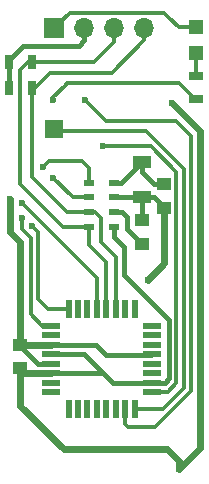
<source format=gtl>
G04 #@! TF.FileFunction,Copper,L1,Top,Signal*
%FSLAX46Y46*%
G04 Gerber Fmt 4.6, Leading zero omitted, Abs format (unit mm)*
G04 Created by KiCad (PCBNEW 4.0.6) date 05/20/19 12:49:57*
%MOMM*%
%LPD*%
G01*
G04 APERTURE LIST*
%ADD10C,0.100000*%
%ADD11R,1.200000X1.200000*%
%ADD12R,1.250000X1.000000*%
%ADD13R,1.600000X1.000000*%
%ADD14R,1.600000X1.600000*%
%ADD15R,1.700000X1.700000*%
%ADD16O,1.700000X1.700000*%
%ADD17R,0.700000X1.300000*%
%ADD18R,1.300000X0.700000*%
%ADD19R,1.600000X0.550000*%
%ADD20R,0.550000X1.600000*%
%ADD21R,0.950000X0.550000*%
%ADD22C,0.600000*%
%ADD23C,0.304800*%
%ADD24C,0.609600*%
%ADD25C,0.406400*%
G04 APERTURE END LIST*
D10*
D11*
X145180000Y-77700000D03*
X145180000Y-75500000D03*
D12*
X130302000Y-102378000D03*
X130302000Y-104378000D03*
D13*
X140589000Y-86892000D03*
X140589000Y-89892000D03*
D12*
X142494000Y-88789000D03*
X142494000Y-90789000D03*
X140589000Y-93837000D03*
X140589000Y-91837000D03*
D14*
X133180000Y-84100000D03*
D15*
X133180000Y-75600000D03*
D16*
X135720000Y-75600000D03*
X138260000Y-75600000D03*
X140800000Y-75600000D03*
D17*
X129352000Y-78486000D03*
X131252000Y-78486000D03*
X129352000Y-80645000D03*
X131252000Y-80645000D03*
D18*
X145180000Y-79650000D03*
X145180000Y-81550000D03*
D19*
X132930000Y-100800000D03*
X132930000Y-101600000D03*
X132930000Y-102400000D03*
X132930000Y-103200000D03*
X132930000Y-104000000D03*
X132930000Y-104800000D03*
X132930000Y-105600000D03*
X132930000Y-106400000D03*
D20*
X134380000Y-107850000D03*
X135180000Y-107850000D03*
X135980000Y-107850000D03*
X136780000Y-107850000D03*
X137580000Y-107850000D03*
X138380000Y-107850000D03*
X139180000Y-107850000D03*
X139980000Y-107850000D03*
D19*
X141430000Y-106400000D03*
X141430000Y-105600000D03*
X141430000Y-104800000D03*
X141430000Y-104000000D03*
X141430000Y-103200000D03*
X141430000Y-102400000D03*
X141430000Y-101600000D03*
X141430000Y-100800000D03*
D20*
X139980000Y-99350000D03*
X139180000Y-99350000D03*
X138380000Y-99350000D03*
X137580000Y-99350000D03*
X136780000Y-99350000D03*
X135980000Y-99350000D03*
X135180000Y-99350000D03*
X134380000Y-99350000D03*
D21*
X138235000Y-88676000D03*
X138235000Y-92426000D03*
X138235000Y-91176000D03*
X138235000Y-89926000D03*
X136085000Y-92426000D03*
X136085000Y-91176000D03*
X136085000Y-89926000D03*
X136085000Y-88676000D03*
D22*
X141097000Y-96901000D03*
X130302000Y-102378000D03*
X129413000Y-90043000D03*
X142494000Y-88789000D03*
X143129000Y-81915000D03*
X143764000Y-112903000D03*
X133096000Y-81661000D03*
X137287000Y-85598000D03*
X135763000Y-81661000D03*
X130429000Y-90424000D03*
X130429000Y-91694000D03*
X132207000Y-87376000D03*
X133096000Y-88265000D03*
X131318000Y-92329000D03*
D23*
X145180000Y-77700000D02*
X145180000Y-79650000D01*
X145180000Y-75500000D02*
X143699000Y-75500000D01*
X142918000Y-74719000D02*
X142494000Y-74295000D01*
X142494000Y-74295000D02*
X134485000Y-74295000D01*
X134485000Y-74295000D02*
X133180000Y-75600000D01*
X143699000Y-75500000D02*
X142918000Y-74719000D01*
D24*
X142494000Y-90789000D02*
X142494000Y-95504000D01*
X142494000Y-95504000D02*
X141097000Y-96901000D01*
X130302000Y-102378000D02*
X130302000Y-93726000D01*
X129413000Y-92837000D02*
X129413000Y-90043000D01*
X130302000Y-93726000D02*
X129413000Y-92837000D01*
D25*
X132930000Y-104000000D02*
X131813000Y-104000000D01*
X131813000Y-104000000D02*
X130302000Y-102489000D01*
X130302000Y-102489000D02*
X130302000Y-102378000D01*
D24*
X132930000Y-102400000D02*
X130324000Y-102400000D01*
X130324000Y-102400000D02*
X130302000Y-102378000D01*
D25*
X132930000Y-102400000D02*
X136741000Y-102400000D01*
X137592000Y-103251000D02*
X141379000Y-103251000D01*
X136741000Y-102400000D02*
X137592000Y-103251000D01*
X141379000Y-103251000D02*
X141430000Y-103200000D01*
X140589000Y-89892000D02*
X138269000Y-89892000D01*
X138269000Y-89892000D02*
X138235000Y-89926000D01*
X140589000Y-89892000D02*
X140589000Y-91837000D01*
X142494000Y-90789000D02*
X142478000Y-90789000D01*
X142478000Y-90789000D02*
X141581000Y-89892000D01*
X141581000Y-89892000D02*
X140589000Y-89892000D01*
X141621000Y-88789000D02*
X142494000Y-88789000D01*
X140589000Y-87757000D02*
X141621000Y-88789000D01*
X140589000Y-86892000D02*
X140589000Y-87757000D01*
D24*
X145542000Y-111125000D02*
X143764000Y-112903000D01*
X143129000Y-81915000D02*
X145542000Y-84328000D01*
X145542000Y-84328000D02*
X145542000Y-111125000D01*
X133985000Y-111252000D02*
X142748000Y-111252000D01*
X142748000Y-111252000D02*
X143764000Y-112268000D01*
X143764000Y-112268000D02*
X143764000Y-112903000D01*
X130302000Y-104378000D02*
X130302000Y-107569000D01*
X130302000Y-107569000D02*
X133985000Y-111252000D01*
D25*
X141430000Y-105600000D02*
X142510398Y-105600000D01*
X138235000Y-93277000D02*
X138235000Y-92426000D01*
X139065000Y-94107000D02*
X138235000Y-93277000D01*
X139065000Y-96520000D02*
X139065000Y-94107000D01*
X142875000Y-100330000D02*
X139065000Y-96520000D01*
X142875000Y-105235398D02*
X142875000Y-100330000D01*
X142510398Y-105600000D02*
X142875000Y-105235398D01*
X132930000Y-103200000D02*
X135712000Y-103200000D01*
X135712000Y-103200000D02*
X137312000Y-104800000D01*
X132930000Y-104800000D02*
X137312000Y-104800000D01*
X138112000Y-105600000D02*
X141430000Y-105600000D01*
X137312000Y-104800000D02*
X138112000Y-105600000D01*
D24*
X132930000Y-104800000D02*
X130724000Y-104800000D01*
X130724000Y-104800000D02*
X130302000Y-104378000D01*
D25*
X138235000Y-88676000D02*
X138805000Y-88676000D01*
X138805000Y-88676000D02*
X140589000Y-86892000D01*
X129352000Y-78486000D02*
X129352000Y-78293000D01*
X129352000Y-78293000D02*
X130556000Y-77089000D01*
X135720000Y-76624000D02*
X135720000Y-75600000D01*
X135255000Y-77089000D02*
X135720000Y-76624000D01*
X130556000Y-77089000D02*
X135255000Y-77089000D01*
X129352000Y-80645000D02*
X129352000Y-78486000D01*
X140589000Y-93837000D02*
X140573000Y-93837000D01*
X140573000Y-93837000D02*
X139319000Y-92583000D01*
X139319000Y-92583000D02*
X139319000Y-91567000D01*
X139319000Y-91567000D02*
X138928000Y-91176000D01*
X138928000Y-91176000D02*
X138235000Y-91176000D01*
D23*
X133408000Y-84328000D02*
X137414000Y-84328000D01*
X142340000Y-107850000D02*
X144145000Y-106045000D01*
X144145000Y-106045000D02*
X144145000Y-87503000D01*
X144145000Y-87503000D02*
X140970000Y-84328000D01*
X140970000Y-84328000D02*
X137414000Y-84328000D01*
X142340000Y-107850000D02*
X139980000Y-107850000D01*
X133408000Y-84328000D02*
X133180000Y-84100000D01*
X145180000Y-81550000D02*
X145050000Y-81550000D01*
X145050000Y-81550000D02*
X143764000Y-80264000D01*
X143764000Y-80264000D02*
X134239000Y-80264000D01*
X134239000Y-80264000D02*
X134051000Y-80452000D01*
X133096000Y-81407000D02*
X133096000Y-81661000D01*
X134051000Y-80452000D02*
X133096000Y-81407000D01*
X142774000Y-106400000D02*
X143510000Y-105664000D01*
X143510000Y-105664000D02*
X143510000Y-87757000D01*
X143510000Y-87757000D02*
X141351000Y-85598000D01*
X141351000Y-85598000D02*
X137287000Y-85598000D01*
X141430000Y-106400000D02*
X142774000Y-106400000D01*
X139180000Y-107850000D02*
X139180000Y-109081000D01*
X137541000Y-83439000D02*
X135763000Y-81661000D01*
X143510000Y-83439000D02*
X137541000Y-83439000D01*
X144780000Y-84709000D02*
X143510000Y-83439000D01*
X144780000Y-106299000D02*
X144780000Y-84709000D01*
X141732000Y-109347000D02*
X144780000Y-106299000D01*
X139446000Y-109347000D02*
X141732000Y-109347000D01*
X139180000Y-109081000D02*
X139446000Y-109347000D01*
X136780000Y-96775000D02*
X136780000Y-99350000D01*
X130429000Y-90424000D02*
X136780000Y-96775000D01*
X131252000Y-78486000D02*
X132969000Y-78486000D01*
X138260000Y-76751000D02*
X138260000Y-75600000D01*
X136521802Y-78486000D02*
X138260000Y-76751000D01*
X132965802Y-78486000D02*
X136521802Y-78486000D01*
X132969000Y-78486000D02*
X132965802Y-78486000D01*
X134620000Y-92426000D02*
X133955000Y-92426000D01*
X130302000Y-79121000D02*
X130937000Y-78486000D01*
X130302000Y-88773000D02*
X130302000Y-79121000D01*
X133955000Y-92426000D02*
X130302000Y-88773000D01*
X130937000Y-78486000D02*
X131252000Y-78486000D01*
X136085000Y-92426000D02*
X134620000Y-92426000D01*
X134620000Y-92426000D02*
X134590000Y-92426000D01*
X137580000Y-99350000D02*
X137580000Y-95416000D01*
X136085000Y-93921000D02*
X136085000Y-92426000D01*
X137580000Y-95416000D02*
X136085000Y-93921000D01*
X134239000Y-91176000D02*
X134229000Y-91176000D01*
X134229000Y-91176000D02*
X131252000Y-88199000D01*
X131252000Y-88199000D02*
X131252000Y-80645000D01*
X131252000Y-80645000D02*
X131572000Y-80645000D01*
X131572000Y-80645000D02*
X132842000Y-79375000D01*
X140800000Y-76624000D02*
X140800000Y-75600000D01*
X138049000Y-79375000D02*
X140800000Y-76624000D01*
X132842000Y-79375000D02*
X138049000Y-79375000D01*
X136085000Y-91176000D02*
X134239000Y-91176000D01*
X140843000Y-75643000D02*
X140800000Y-75600000D01*
X138380000Y-99350000D02*
X138380000Y-94946000D01*
X136642000Y-91176000D02*
X136085000Y-91176000D01*
X137160000Y-91694000D02*
X136642000Y-91176000D01*
X137160000Y-93726000D02*
X137160000Y-91694000D01*
X138380000Y-94946000D02*
X137160000Y-93726000D01*
X132930000Y-100800000D02*
X132169000Y-100800000D01*
X132169000Y-100800000D02*
X131191000Y-99822000D01*
X131191000Y-99822000D02*
X131191000Y-93345000D01*
X131191000Y-93345000D02*
X130429000Y-92583000D01*
X130429000Y-92583000D02*
X130429000Y-91694000D01*
X132207000Y-87376000D02*
X132715000Y-86868000D01*
X132715000Y-86868000D02*
X135509000Y-86868000D01*
X135509000Y-86868000D02*
X136085000Y-87444000D01*
X136085000Y-87444000D02*
X136085000Y-88676000D01*
X134380000Y-99350000D02*
X132624000Y-99350000D01*
X134757000Y-89926000D02*
X136085000Y-89926000D01*
X133096000Y-88265000D02*
X134757000Y-89926000D01*
X131826000Y-92837000D02*
X131318000Y-92329000D01*
X131826000Y-98552000D02*
X131826000Y-92837000D01*
X132624000Y-99350000D02*
X131826000Y-98552000D01*
X136085000Y-89926000D02*
X134737000Y-89926000D01*
M02*

</source>
